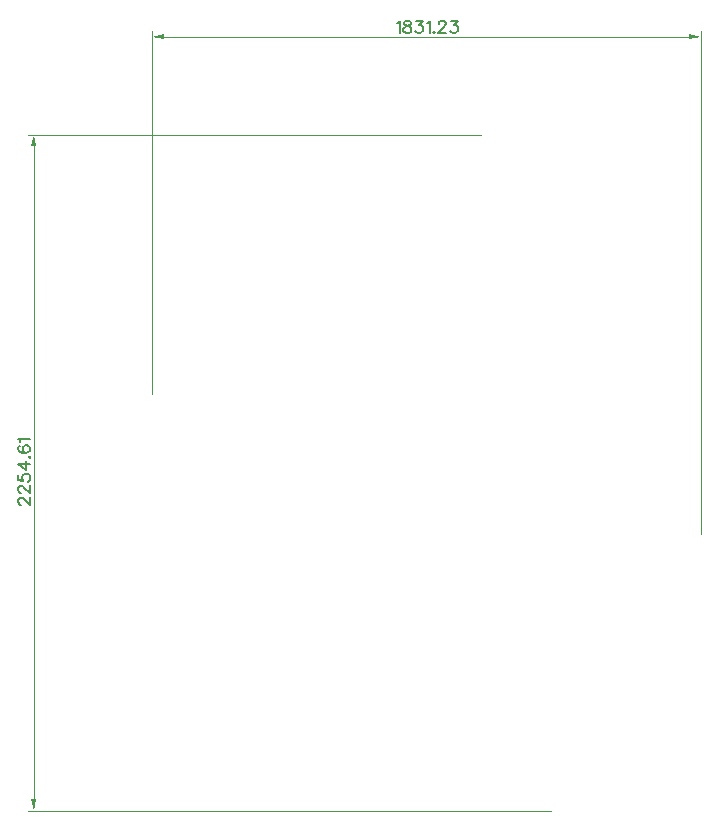
<source format=gbr>
%TF.GenerationSoftware,Novarm,DipTrace,4.3.0.5*%
%TF.CreationDate,2025-06-08T20:07:48-05:00*%
%FSLAX26Y26*%
%MOIN*%
%TF.FileFunction,Drawing,Top*%
%TF.Part,Single*%
%ADD15C,0.001378*%
%ADD48C,0.006176*%
G75*
G01*
%LPD*%
X1490340Y2648306D2*
D15*
X-19685D1*
X1722797Y393700D2*
X-19685D1*
X1Y1521003D2*
Y2608936D1*
G36*
Y2648306D2*
X7875Y2608936D1*
X-7873D1*
X1Y2648306D1*
G37*
Y1521003D2*
D15*
Y433070D1*
G36*
Y393700D2*
X-7873Y433070D1*
X7875D1*
X1Y393700D1*
G37*
X393700Y1783595D2*
D15*
Y2994684D1*
X2224934Y1317716D2*
Y2994684D1*
X1309317Y2974999D2*
X433070D1*
G36*
X393700D2*
X433070Y2982873D1*
Y2967125D1*
X393700Y2974999D1*
G37*
X1309317D2*
D15*
X2185564D1*
G36*
X2224934D2*
X2185564Y2967125D1*
Y2982873D1*
X2224934Y2974999D1*
G37*
X-42807Y1415297D2*
D48*
X-44709D1*
X-48555Y1417198D1*
X-50457Y1419099D1*
X-52358Y1422946D1*
Y1430596D1*
X-50457Y1434398D1*
X-48555Y1436299D1*
X-44709Y1438245D1*
X-40906D1*
X-37059Y1436299D1*
X-31356Y1432497D1*
X-12210Y1413351D1*
Y1440146D1*
X-42807Y1454443D2*
X-44709D1*
X-48555Y1456344D1*
X-50457Y1458246D1*
X-52358Y1462092D1*
Y1469742D1*
X-50457Y1473544D1*
X-48555Y1475445D1*
X-44709Y1477391D1*
X-40906D1*
X-37059Y1475445D1*
X-31356Y1471643D1*
X-12210Y1452498D1*
Y1479292D1*
X-52358Y1514592D2*
Y1495490D1*
X-35158Y1493589D1*
X-37059Y1495490D1*
X-39005Y1501238D1*
Y1506942D1*
X-37059Y1512690D1*
X-33257Y1516537D1*
X-27509Y1518438D1*
X-23706D1*
X-17958Y1516537D1*
X-14112Y1512690D1*
X-12210Y1506942D1*
Y1501238D1*
X-14112Y1495490D1*
X-16057Y1493589D1*
X-19860Y1491644D1*
X-12210Y1549935D2*
X-52358D1*
X-25608Y1530790D1*
Y1559486D1*
X-16057Y1573738D2*
X-14112Y1571837D1*
X-12210Y1573738D1*
X-14112Y1575684D1*
X-16057Y1573738D1*
X-46654Y1610983D2*
X-50457Y1609082D1*
X-52358Y1603334D1*
Y1599531D1*
X-50457Y1593783D1*
X-44709Y1589936D1*
X-35158Y1588035D1*
X-25608D1*
X-17958Y1589936D1*
X-14112Y1593783D1*
X-12210Y1599531D1*
Y1601432D1*
X-14112Y1607136D1*
X-17958Y1610983D1*
X-23706Y1612884D1*
X-25608D1*
X-31356Y1610983D1*
X-35158Y1607136D1*
X-37059Y1601432D1*
Y1599531D1*
X-35158Y1593783D1*
X-31356Y1589936D1*
X-25608Y1588035D1*
X-44709Y1625236D2*
X-46654Y1629083D1*
X-52358Y1634831D1*
X-12210D1*
X1210265Y3019708D2*
X1214112Y3021653D1*
X1219860Y3027357D1*
Y2987209D1*
X1241762Y3027357D2*
X1236058Y3025456D1*
X1234113Y3021653D1*
Y3017807D1*
X1236058Y3014004D1*
X1239861Y3012058D1*
X1247510Y3010157D1*
X1253258Y3008256D1*
X1257060Y3004409D1*
X1258962Y3000607D1*
Y2994859D1*
X1257060Y2991056D1*
X1255159Y2989111D1*
X1249411Y2987209D1*
X1241762D1*
X1236058Y2989111D1*
X1234113Y2991056D1*
X1232211Y2994859D1*
Y3000607D1*
X1234113Y3004409D1*
X1237959Y3008256D1*
X1243663Y3010157D1*
X1251312Y3012058D1*
X1255159Y3014004D1*
X1257060Y3017807D1*
Y3021653D1*
X1255159Y3025456D1*
X1249411Y3027357D1*
X1241762D1*
X1275160D2*
X1296162D1*
X1284710Y3012058D1*
X1290458D1*
X1294261Y3010157D1*
X1296162Y3008256D1*
X1298108Y3002508D1*
Y2998705D1*
X1296162Y2992957D1*
X1292360Y2989111D1*
X1286612Y2987209D1*
X1280864D1*
X1275160Y2989111D1*
X1273259Y2991056D1*
X1271313Y2994859D1*
X1310459Y3019708D2*
X1314306Y3021653D1*
X1320054Y3027357D1*
Y2987209D1*
X1334307Y2991056D2*
X1332405Y2989111D1*
X1334307Y2987209D1*
X1336252Y2989111D1*
X1334307Y2991056D1*
X1350549Y3017807D2*
Y3019708D1*
X1352450Y3023555D1*
X1354352Y3025456D1*
X1358198Y3027357D1*
X1365848D1*
X1369650Y3025456D1*
X1371551Y3023555D1*
X1373497Y3019708D1*
Y3015905D1*
X1371551Y3012058D1*
X1367749Y3006355D1*
X1348604Y2987209D1*
X1375398D1*
X1391596Y3027357D2*
X1412599D1*
X1401147Y3012058D1*
X1406895D1*
X1410697Y3010157D1*
X1412599Y3008256D1*
X1414544Y3002508D1*
Y2998705D1*
X1412599Y2992957D1*
X1408796Y2989111D1*
X1403048Y2987209D1*
X1397300D1*
X1391596Y2989111D1*
X1389695Y2991056D1*
X1387750Y2994859D1*
M02*

</source>
